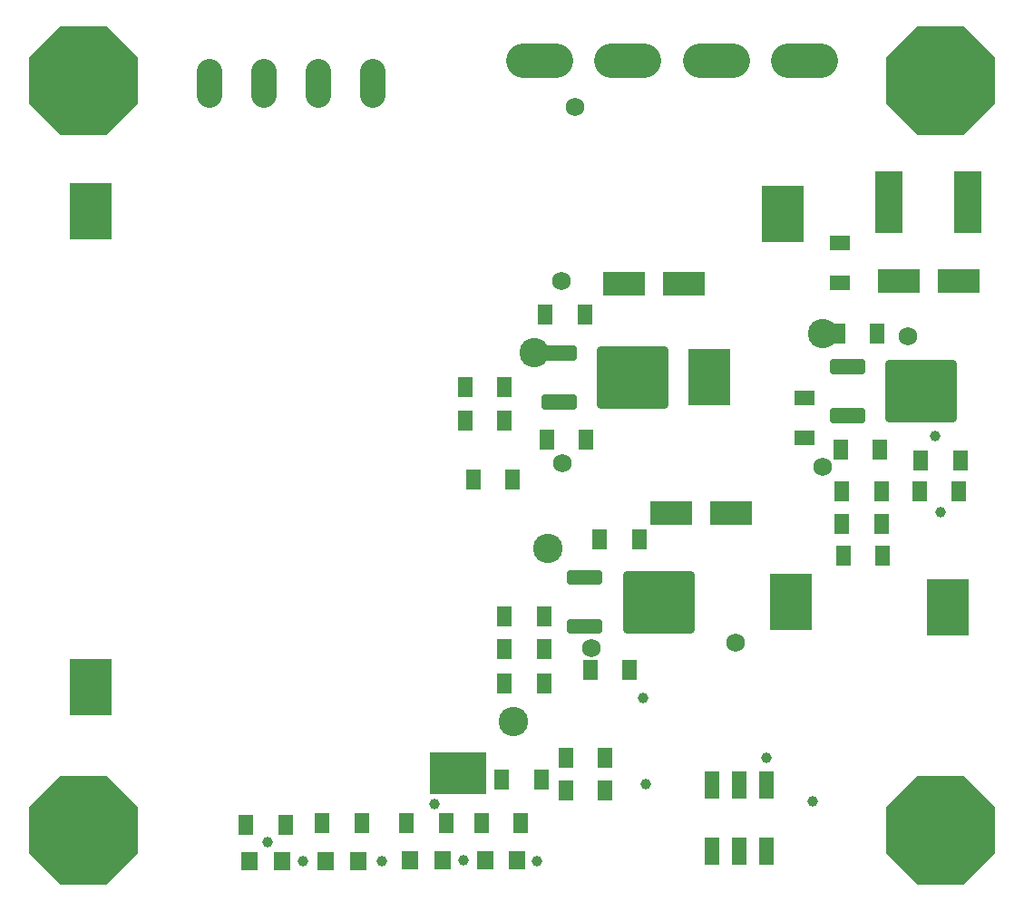
<source format=gbr>
G04 EAGLE Gerber RS-274X export*
G75*
%MOMM*%
%FSLAX34Y34*%
%LPD*%
%INSoldermask Bottom*%
%IPPOS*%
%AMOC8*
5,1,8,0,0,1.08239X$1,22.5*%
G01*
%ADD10P,11.043842X8X22.500000*%
%ADD11R,1.350200X2.611200*%
%ADD12R,4.013200X5.283200*%
%ADD13R,5.283200X4.013200*%
%ADD14R,3.957200X2.311200*%
%ADD15C,0.506591*%
%ADD16C,0.758316*%
%ADD17R,1.400000X1.900000*%
%ADD18R,1.900000X1.400000*%
%ADD19R,1.500000X1.700000*%
%ADD20R,2.503200X5.803200*%
%ADD21C,2.403200*%
%ADD22C,3.251200*%
%ADD23C,2.743200*%
%ADD24C,0.990600*%
%ADD25C,1.727200*%


D10*
X322580Y232410D03*
X1122680Y232410D03*
X1122680Y932180D03*
X322580Y932180D03*
D11*
X909320Y274880D03*
X909320Y212800D03*
X934720Y274880D03*
X934720Y212800D03*
X960120Y274880D03*
X960120Y212800D03*
D12*
X328930Y365760D03*
X328930Y810260D03*
D13*
X671830Y285750D03*
D12*
X1129030Y440690D03*
D14*
X1139250Y745490D03*
X1083250Y745490D03*
D15*
X1049603Y624263D02*
X1049603Y615257D01*
X1021657Y615257D01*
X1021657Y624263D01*
X1049603Y624263D01*
X1049603Y620070D02*
X1021657Y620070D01*
D16*
X1133595Y617245D02*
X1133595Y667995D01*
X1133595Y617245D02*
X1074665Y617245D01*
X1074665Y667995D01*
X1133595Y667995D01*
X1133595Y624449D02*
X1074665Y624449D01*
X1074665Y631653D02*
X1133595Y631653D01*
X1133595Y638857D02*
X1074665Y638857D01*
X1074665Y646061D02*
X1133595Y646061D01*
X1133595Y653265D02*
X1074665Y653265D01*
X1074665Y660469D02*
X1133595Y660469D01*
X1133595Y667673D02*
X1074665Y667673D01*
D15*
X1049603Y669983D02*
X1049603Y660977D01*
X1021657Y660977D01*
X1021657Y669983D01*
X1049603Y669983D01*
X1049603Y665790D02*
X1021657Y665790D01*
D17*
X1067520Y548640D03*
X1030520Y548640D03*
X1067520Y518160D03*
X1030520Y518160D03*
D18*
X995680Y598720D03*
X995680Y635720D03*
X1028700Y743500D03*
X1028700Y780500D03*
D17*
X1063710Y695960D03*
X1026710Y695960D03*
X1029250Y588010D03*
X1066250Y588010D03*
X1104180Y577850D03*
X1141180Y577850D03*
X1102910Y548640D03*
X1139910Y548640D03*
X1031790Y488950D03*
X1068790Y488950D03*
D19*
X548880Y203200D03*
X578880Y203200D03*
D17*
X582380Y238760D03*
X545380Y238760D03*
D20*
X1074250Y819150D03*
X1148250Y819150D03*
D21*
X439940Y918620D02*
X439940Y940620D01*
X490940Y940620D02*
X490940Y918620D01*
X541940Y918620D02*
X541940Y940620D01*
X592740Y940620D02*
X592740Y918620D01*
D22*
X733070Y951090D02*
X763550Y951090D01*
X815570Y951090D02*
X846050Y951090D01*
X898070Y951090D02*
X928550Y951090D01*
X980620Y951090D02*
X1011100Y951090D01*
D19*
X627620Y204470D03*
X657620Y204470D03*
D17*
X661120Y238760D03*
X624120Y238760D03*
X713020Y279400D03*
X750020Y279400D03*
X772710Y299720D03*
X809710Y299720D03*
X809710Y269240D03*
X772710Y269240D03*
D12*
X975360Y807720D03*
D15*
X780363Y636963D02*
X780363Y627957D01*
X752417Y627957D01*
X752417Y636963D01*
X780363Y636963D01*
X780363Y632770D02*
X752417Y632770D01*
D16*
X864355Y629945D02*
X864355Y680695D01*
X864355Y629945D02*
X805425Y629945D01*
X805425Y680695D01*
X864355Y680695D01*
X864355Y637149D02*
X805425Y637149D01*
X805425Y644353D02*
X864355Y644353D01*
X864355Y651557D02*
X805425Y651557D01*
X805425Y658761D02*
X864355Y658761D01*
X864355Y665965D02*
X805425Y665965D01*
X805425Y673169D02*
X864355Y673169D01*
X864355Y680373D02*
X805425Y680373D01*
D15*
X780363Y682683D02*
X780363Y673677D01*
X752417Y673677D01*
X752417Y682683D01*
X780363Y682683D01*
X780363Y678490D02*
X752417Y678490D01*
D14*
X882710Y742950D03*
X826710Y742950D03*
D17*
X790660Y713740D03*
X753660Y713740D03*
X754930Y596900D03*
X791930Y596900D03*
X686350Y560070D03*
X723350Y560070D03*
X715730Y614680D03*
X678730Y614680D03*
X678730Y646430D03*
X715730Y646430D03*
D19*
X477760Y203200D03*
X507760Y203200D03*
D17*
X511260Y237490D03*
X474260Y237490D03*
D15*
X804493Y418407D02*
X804493Y427413D01*
X804493Y418407D02*
X776547Y418407D01*
X776547Y427413D01*
X804493Y427413D01*
X804493Y423220D02*
X776547Y423220D01*
D16*
X888485Y420395D02*
X888485Y471145D01*
X888485Y420395D02*
X829555Y420395D01*
X829555Y471145D01*
X888485Y471145D01*
X888485Y427599D02*
X829555Y427599D01*
X829555Y434803D02*
X888485Y434803D01*
X888485Y442007D02*
X829555Y442007D01*
X829555Y449211D02*
X888485Y449211D01*
X888485Y456415D02*
X829555Y456415D01*
X829555Y463619D02*
X888485Y463619D01*
X888485Y470823D02*
X829555Y470823D01*
D15*
X804493Y473133D02*
X804493Y464127D01*
X776547Y464127D01*
X776547Y473133D01*
X804493Y473133D01*
X804493Y468940D02*
X776547Y468940D01*
D14*
X927160Y528320D03*
X871160Y528320D03*
D17*
X841460Y504190D03*
X804460Y504190D03*
X795570Y382270D03*
X832570Y382270D03*
X715560Y369570D03*
X752560Y369570D03*
X752560Y401320D03*
X715560Y401320D03*
X715560Y431800D03*
X752560Y431800D03*
D19*
X697470Y204470D03*
X727470Y204470D03*
D17*
X730970Y238760D03*
X693970Y238760D03*
D12*
X906780Y655320D03*
X982980Y445770D03*
D23*
X723900Y334010D03*
X755650Y495300D03*
X742950Y678180D03*
X1012190Y695960D03*
D24*
X527050Y203200D03*
X600710Y203200D03*
X676910Y204470D03*
X745490Y203200D03*
D25*
X796290Y402590D03*
X930910Y407670D03*
X1092200Y693420D03*
X768350Y745490D03*
X769620Y575310D03*
X1012190Y571500D03*
D24*
X1003300Y259080D03*
X1122680Y529590D03*
X494030Y220980D03*
X960120Y299720D03*
D25*
X781050Y908050D03*
D24*
X847090Y275590D03*
X844550Y355600D03*
X1117600Y600710D03*
X650240Y256540D03*
M02*

</source>
